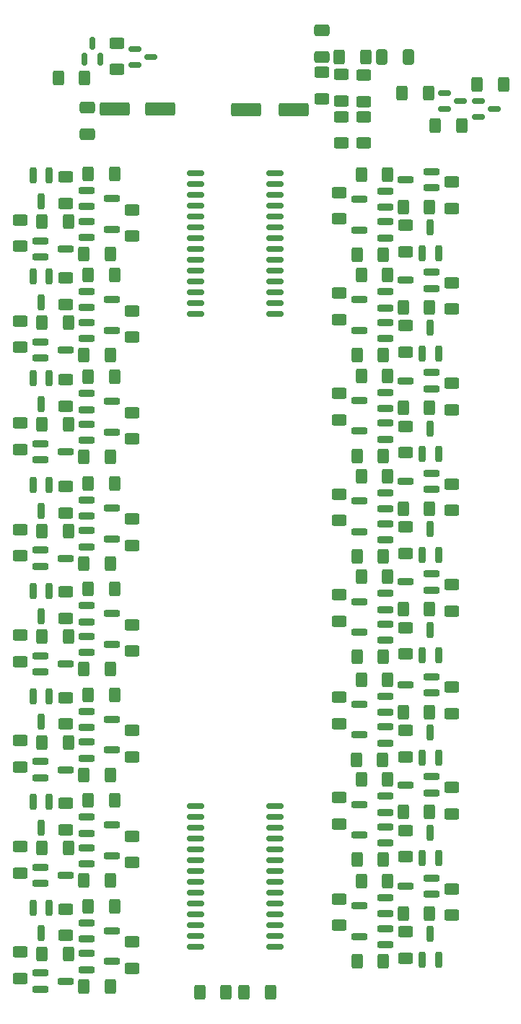
<source format=gbr>
%TF.GenerationSoftware,KiCad,Pcbnew,8.0.6*%
%TF.CreationDate,2024-12-14T19:09:49+00:00*%
%TF.ProjectId,micro,6d696372-6f2e-46b6-9963-61645f706362,rev?*%
%TF.SameCoordinates,Original*%
%TF.FileFunction,Paste,Top*%
%TF.FilePolarity,Positive*%
%FSLAX46Y46*%
G04 Gerber Fmt 4.6, Leading zero omitted, Abs format (unit mm)*
G04 Created by KiCad (PCBNEW 8.0.6) date 2024-12-14 19:09:49*
%MOMM*%
%LPD*%
G01*
G04 APERTURE LIST*
G04 Aperture macros list*
%AMRoundRect*
0 Rectangle with rounded corners*
0 $1 Rounding radius*
0 $2 $3 $4 $5 $6 $7 $8 $9 X,Y pos of 4 corners*
0 Add a 4 corners polygon primitive as box body*
4,1,4,$2,$3,$4,$5,$6,$7,$8,$9,$2,$3,0*
0 Add four circle primitives for the rounded corners*
1,1,$1+$1,$2,$3*
1,1,$1+$1,$4,$5*
1,1,$1+$1,$6,$7*
1,1,$1+$1,$8,$9*
0 Add four rect primitives between the rounded corners*
20,1,$1+$1,$2,$3,$4,$5,0*
20,1,$1+$1,$4,$5,$6,$7,0*
20,1,$1+$1,$6,$7,$8,$9,0*
20,1,$1+$1,$8,$9,$2,$3,0*%
G04 Aperture macros list end*
%ADD10RoundRect,0.250000X0.400000X0.625000X-0.400000X0.625000X-0.400000X-0.625000X0.400000X-0.625000X0*%
%ADD11RoundRect,0.250000X-0.400000X-0.625000X0.400000X-0.625000X0.400000X0.625000X-0.400000X0.625000X0*%
%ADD12RoundRect,0.150000X-0.587500X-0.150000X0.587500X-0.150000X0.587500X0.150000X-0.587500X0.150000X0*%
%ADD13RoundRect,0.250000X-0.625000X0.400000X-0.625000X-0.400000X0.625000X-0.400000X0.625000X0.400000X0*%
%ADD14RoundRect,0.200000X-0.200000X0.750000X-0.200000X-0.750000X0.200000X-0.750000X0.200000X0.750000X0*%
%ADD15RoundRect,0.250000X0.625000X-0.400000X0.625000X0.400000X-0.625000X0.400000X-0.625000X-0.400000X0*%
%ADD16RoundRect,0.200000X0.200000X-0.750000X0.200000X0.750000X-0.200000X0.750000X-0.200000X-0.750000X0*%
%ADD17RoundRect,0.200000X-0.750000X-0.200000X0.750000X-0.200000X0.750000X0.200000X-0.750000X0.200000X0*%
%ADD18RoundRect,0.200000X0.750000X0.200000X-0.750000X0.200000X-0.750000X-0.200000X0.750000X-0.200000X0*%
%ADD19RoundRect,0.150000X-0.875000X-0.150000X0.875000X-0.150000X0.875000X0.150000X-0.875000X0.150000X0*%
%ADD20RoundRect,0.250000X-0.412500X-0.650000X0.412500X-0.650000X0.412500X0.650000X-0.412500X0.650000X0*%
%ADD21RoundRect,0.250000X0.650000X-0.412500X0.650000X0.412500X-0.650000X0.412500X-0.650000X-0.412500X0*%
%ADD22RoundRect,0.250000X-1.500000X-0.550000X1.500000X-0.550000X1.500000X0.550000X-1.500000X0.550000X0*%
%ADD23RoundRect,0.250000X1.500000X0.550000X-1.500000X0.550000X-1.500000X-0.550000X1.500000X-0.550000X0*%
%ADD24RoundRect,0.150000X0.150000X-0.587500X0.150000X0.587500X-0.150000X0.587500X-0.150000X-0.587500X0*%
G04 APERTURE END LIST*
D10*
%TO.C,R108*%
X180537613Y-44600000D03*
X177437613Y-44600000D03*
%TD*%
D11*
%TO.C,R107*%
X172537613Y-49400000D03*
X175637613Y-49400000D03*
%TD*%
D10*
%TO.C,R109*%
X171737613Y-45600000D03*
X168637613Y-45600000D03*
%TD*%
D12*
%TO.C,Q68*%
X175512613Y-46550000D03*
X173637613Y-47500000D03*
X173637613Y-45600000D03*
%TD*%
%TO.C,Q67*%
X179437613Y-47500000D03*
X177562613Y-48450000D03*
X177562613Y-46550000D03*
%TD*%
D13*
%TO.C,R104*%
X174459994Y-138970000D03*
X174459994Y-142070000D03*
%TD*%
D10*
%TO.C,R95*%
X134900000Y-141000000D03*
X131800000Y-141000000D03*
%TD*%
D11*
%TO.C,R22*%
X163859993Y-55170000D03*
X166959993Y-55170000D03*
%TD*%
D13*
%TO.C,R56*%
X174459994Y-91470000D03*
X174459994Y-94570000D03*
%TD*%
%TO.C,R48*%
X129200000Y-91750000D03*
X129200000Y-94850000D03*
%TD*%
D14*
%TO.C,Q59*%
X127250000Y-141200000D03*
X125350000Y-141200000D03*
X126300000Y-144200000D03*
%TD*%
D15*
%TO.C,R66*%
X169059994Y-111420000D03*
X169059994Y-108320000D03*
%TD*%
D16*
%TO.C,Q39*%
X171009994Y-111570000D03*
X172909994Y-111570000D03*
X171959994Y-108570000D03*
%TD*%
D13*
%TO.C,R61*%
X137000000Y-108000000D03*
X137000000Y-111100000D03*
%TD*%
D14*
%TO.C,Q51*%
X127250000Y-128800000D03*
X125350000Y-128800000D03*
X126300000Y-131800000D03*
%TD*%
D13*
%TO.C,R49*%
X137000000Y-95600000D03*
X137000000Y-98700000D03*
%TD*%
D11*
%TO.C,R2*%
X144900000Y-151100000D03*
X148000000Y-151100000D03*
%TD*%
D13*
%TO.C,R73*%
X137000000Y-120400000D03*
X137000000Y-123500000D03*
%TD*%
D15*
%TO.C,R42*%
X169059994Y-87820000D03*
X169059994Y-84720000D03*
%TD*%
D13*
%TO.C,R44*%
X174459994Y-79670000D03*
X174459994Y-82770000D03*
%TD*%
%TO.C,R32*%
X174459994Y-67870000D03*
X174459994Y-70970000D03*
%TD*%
D11*
%TO.C,R89*%
X163359994Y-135570000D03*
X166459994Y-135570000D03*
%TD*%
D17*
%TO.C,Q2*%
X131600000Y-57050000D03*
X131600000Y-58950000D03*
X134600000Y-58000000D03*
%TD*%
D14*
%TO.C,Q43*%
X127250000Y-116400000D03*
X125350000Y-116400000D03*
X126300000Y-119400000D03*
%TD*%
D18*
%TO.C,Q24*%
X166659993Y-86220000D03*
X166659993Y-84320000D03*
X163659993Y-85270000D03*
%TD*%
%TO.C,Q42*%
X172059993Y-103920000D03*
X172059993Y-102020000D03*
X169059993Y-102970000D03*
%TD*%
D15*
%TO.C,R103*%
X161259994Y-143270000D03*
X161259994Y-140170000D03*
%TD*%
D13*
%TO.C,R92*%
X174459994Y-127070000D03*
X174459994Y-130170000D03*
%TD*%
D15*
%TO.C,R50*%
X123800000Y-99900000D03*
X123800000Y-96800000D03*
%TD*%
D17*
%TO.C,Q37*%
X131600000Y-109350000D03*
X131600000Y-111250000D03*
X134600000Y-110300000D03*
%TD*%
D10*
%TO.C,R21*%
X171859993Y-58970000D03*
X168759993Y-58970000D03*
%TD*%
D17*
%TO.C,Q14*%
X126200000Y-74800000D03*
X126200000Y-76700000D03*
X129200000Y-75750000D03*
%TD*%
D15*
%TO.C,R26*%
X123800000Y-75450000D03*
X123800000Y-72350000D03*
%TD*%
D14*
%TO.C,Q27*%
X127250000Y-91600000D03*
X125350000Y-91600000D03*
X126300000Y-94600000D03*
%TD*%
D11*
%TO.C,R34*%
X163859993Y-66970000D03*
X166959993Y-66970000D03*
%TD*%
D18*
%TO.C,Q64*%
X166659993Y-145520000D03*
X166659993Y-143620000D03*
X163659993Y-144570000D03*
%TD*%
D19*
%TO.C,U2*%
X144410000Y-129235000D03*
X144410000Y-130505000D03*
X144410000Y-131775000D03*
X144410000Y-133045000D03*
X144410000Y-134315000D03*
X144410000Y-135585000D03*
X144410000Y-136855000D03*
X144410000Y-138125000D03*
X144410000Y-139395000D03*
X144410000Y-140665000D03*
X144410000Y-141935000D03*
X144410000Y-143205000D03*
X144410000Y-144475000D03*
X144410000Y-145745000D03*
X153710000Y-145745000D03*
X153710000Y-144475000D03*
X153710000Y-143205000D03*
X153710000Y-141935000D03*
X153710000Y-140665000D03*
X153710000Y-139395000D03*
X153710000Y-138125000D03*
X153710000Y-136855000D03*
X153710000Y-135585000D03*
X153710000Y-134315000D03*
X153710000Y-133045000D03*
X153710000Y-131775000D03*
X153710000Y-130505000D03*
X153710000Y-129235000D03*
%TD*%
D15*
%TO.C,R18*%
X169059994Y-64220000D03*
X169059994Y-61120000D03*
%TD*%
D17*
%TO.C,Q53*%
X131600000Y-134150000D03*
X131600000Y-136050000D03*
X134600000Y-135100000D03*
%TD*%
D13*
%TO.C,R15*%
X164150000Y-43500000D03*
X164150000Y-46600000D03*
%TD*%
D10*
%TO.C,R33*%
X171859993Y-70770000D03*
X168759993Y-70770000D03*
%TD*%
%TO.C,R93*%
X171859993Y-129970000D03*
X168759993Y-129970000D03*
%TD*%
D11*
%TO.C,R63*%
X126400000Y-109400000D03*
X129500000Y-109400000D03*
%TD*%
%TO.C,R106*%
X163859993Y-138070000D03*
X166959993Y-138070000D03*
%TD*%
D16*
%TO.C,Q7*%
X171009994Y-64370000D03*
X172909994Y-64370000D03*
X171959994Y-61370000D03*
%TD*%
D15*
%TO.C,R10*%
X135200000Y-42850000D03*
X135200000Y-39750000D03*
%TD*%
D12*
%TO.C,Q6*%
X137325000Y-40450000D03*
X137325000Y-42350000D03*
X139200000Y-41400000D03*
%TD*%
D10*
%TO.C,R76*%
X134400000Y-125600000D03*
X131300000Y-125600000D03*
%TD*%
%TO.C,R35*%
X134900000Y-78900000D03*
X131800000Y-78900000D03*
%TD*%
%TO.C,R100*%
X134400000Y-150400000D03*
X131300000Y-150400000D03*
%TD*%
D17*
%TO.C,Q60*%
X131600000Y-142950000D03*
X131600000Y-144850000D03*
X134600000Y-143900000D03*
%TD*%
D11*
%TO.C,R58*%
X163859993Y-90570000D03*
X166959993Y-90570000D03*
%TD*%
D18*
%TO.C,Q66*%
X172059993Y-139620000D03*
X172059993Y-137720000D03*
X169059993Y-138670000D03*
%TD*%
D15*
%TO.C,R30*%
X169059994Y-76020000D03*
X169059994Y-72920000D03*
%TD*%
D11*
%TO.C,R87*%
X126400000Y-134200000D03*
X129500000Y-134200000D03*
%TD*%
D10*
%TO.C,R83*%
X134900000Y-128600000D03*
X131800000Y-128600000D03*
%TD*%
D18*
%TO.C,Q65*%
X166659993Y-141920000D03*
X166659993Y-140020000D03*
X163659993Y-140970000D03*
%TD*%
D15*
%TO.C,R102*%
X169059994Y-147120000D03*
X169059994Y-144020000D03*
%TD*%
%TO.C,R74*%
X123800000Y-124700000D03*
X123800000Y-121600000D03*
%TD*%
D17*
%TO.C,Q22*%
X126200000Y-86750000D03*
X126200000Y-88650000D03*
X129200000Y-87700000D03*
%TD*%
D20*
%TO.C,C5*%
X166250000Y-41400000D03*
X169375000Y-41400000D03*
%TD*%
D11*
%TO.C,R41*%
X163359994Y-88170000D03*
X166459994Y-88170000D03*
%TD*%
D17*
%TO.C,Q21*%
X131600000Y-84450000D03*
X131600000Y-86350000D03*
X134600000Y-85400000D03*
%TD*%
D16*
%TO.C,Q63*%
X171009994Y-147270000D03*
X172909994Y-147270000D03*
X171959994Y-144270000D03*
%TD*%
D17*
%TO.C,Q54*%
X126200000Y-136450000D03*
X126200000Y-138350000D03*
X129200000Y-137400000D03*
%TD*%
D18*
%TO.C,Q25*%
X166659993Y-82620000D03*
X166659993Y-80720000D03*
X163659993Y-81670000D03*
%TD*%
D10*
%TO.C,R69*%
X171859993Y-106170000D03*
X168759993Y-106170000D03*
%TD*%
D16*
%TO.C,Q47*%
X171009994Y-123620000D03*
X172909994Y-123620000D03*
X171959994Y-120620000D03*
%TD*%
D18*
%TO.C,Q10*%
X172059993Y-56720000D03*
X172059993Y-54820000D03*
X169059993Y-55770000D03*
%TD*%
%TO.C,Q40*%
X166659993Y-109820000D03*
X166659993Y-107920000D03*
X163659993Y-108870000D03*
%TD*%
D17*
%TO.C,Q13*%
X131600000Y-72500000D03*
X131600000Y-74400000D03*
X134600000Y-73450000D03*
%TD*%
D15*
%TO.C,R31*%
X161259994Y-72170000D03*
X161259994Y-69070000D03*
%TD*%
D21*
%TO.C,C4*%
X159200000Y-41350000D03*
X159200000Y-38225000D03*
%TD*%
D13*
%TO.C,R68*%
X174459994Y-103270000D03*
X174459994Y-106370000D03*
%TD*%
%TO.C,R36*%
X129200000Y-79250000D03*
X129200000Y-82350000D03*
%TD*%
%TO.C,R12*%
X161550000Y-43450000D03*
X161550000Y-46550000D03*
%TD*%
D18*
%TO.C,Q32*%
X166659993Y-98020000D03*
X166659993Y-96120000D03*
X163659993Y-97070000D03*
%TD*%
D11*
%TO.C,R29*%
X163359994Y-76370000D03*
X166459994Y-76370000D03*
%TD*%
D13*
%TO.C,R25*%
X137000000Y-71150000D03*
X137000000Y-74250000D03*
%TD*%
%TO.C,R97*%
X137000000Y-145200000D03*
X137000000Y-148300000D03*
%TD*%
D11*
%TO.C,R94*%
X163859993Y-126170000D03*
X166959993Y-126170000D03*
%TD*%
D10*
%TO.C,R40*%
X134400000Y-88300000D03*
X131300000Y-88300000D03*
%TD*%
D15*
%TO.C,R98*%
X123800000Y-149500000D03*
X123800000Y-146400000D03*
%TD*%
D10*
%TO.C,R88*%
X134400000Y-138000000D03*
X131300000Y-138000000D03*
%TD*%
%TO.C,R1*%
X153200000Y-151100000D03*
X150100000Y-151100000D03*
%TD*%
D17*
%TO.C,Q4*%
X126200000Y-62950000D03*
X126200000Y-64850000D03*
X129200000Y-63900000D03*
%TD*%
%TO.C,Q28*%
X131600000Y-93350000D03*
X131600000Y-95250000D03*
X134600000Y-94300000D03*
%TD*%
D10*
%TO.C,R23*%
X134900000Y-66950000D03*
X131800000Y-66950000D03*
%TD*%
D11*
%TO.C,R82*%
X163859993Y-114420000D03*
X166959993Y-114420000D03*
%TD*%
D13*
%TO.C,R11*%
X159200000Y-43200000D03*
X159200000Y-46300000D03*
%TD*%
%TO.C,R96*%
X129200000Y-141350000D03*
X129200000Y-144450000D03*
%TD*%
D17*
%TO.C,Q44*%
X131600000Y-118150000D03*
X131600000Y-120050000D03*
X134600000Y-119100000D03*
%TD*%
D15*
%TO.C,R55*%
X161259994Y-95770000D03*
X161259994Y-92670000D03*
%TD*%
D13*
%TO.C,R37*%
X137000000Y-83100000D03*
X137000000Y-86200000D03*
%TD*%
D18*
%TO.C,Q58*%
X172059993Y-127720000D03*
X172059993Y-125820000D03*
X169059993Y-126770000D03*
%TD*%
D11*
%TO.C,R65*%
X163359994Y-111770000D03*
X166459994Y-111770000D03*
%TD*%
D18*
%TO.C,Q26*%
X172059993Y-80320000D03*
X172059993Y-78420000D03*
X169059993Y-79370000D03*
%TD*%
D10*
%TO.C,R47*%
X134900000Y-91400000D03*
X131800000Y-91400000D03*
%TD*%
D13*
%TO.C,R16*%
X164150000Y-48400000D03*
X164150000Y-51500000D03*
%TD*%
%TO.C,R4*%
X129200000Y-55450000D03*
X129200000Y-58550000D03*
%TD*%
D15*
%TO.C,R19*%
X161259994Y-60370000D03*
X161259994Y-57270000D03*
%TD*%
D17*
%TO.C,Q30*%
X126200000Y-99250000D03*
X126200000Y-101150000D03*
X129200000Y-100200000D03*
%TD*%
D11*
%TO.C,R51*%
X126400000Y-97000000D03*
X129500000Y-97000000D03*
%TD*%
D17*
%TO.C,Q20*%
X131600000Y-80850000D03*
X131600000Y-82750000D03*
X134600000Y-81800000D03*
%TD*%
D13*
%TO.C,R24*%
X129200000Y-67300000D03*
X129200000Y-70400000D03*
%TD*%
D18*
%TO.C,Q16*%
X166659993Y-74420000D03*
X166659993Y-72520000D03*
X163659993Y-73470000D03*
%TD*%
D10*
%TO.C,R71*%
X134900000Y-116200000D03*
X131800000Y-116200000D03*
%TD*%
D11*
%TO.C,R70*%
X163859993Y-102370000D03*
X166959993Y-102370000D03*
%TD*%
%TO.C,R101*%
X163359994Y-147470000D03*
X166459994Y-147470000D03*
%TD*%
D18*
%TO.C,Q56*%
X166659993Y-133620000D03*
X166659993Y-131720000D03*
X163659993Y-132670000D03*
%TD*%
D17*
%TO.C,Q46*%
X126200000Y-124050000D03*
X126200000Y-125950000D03*
X129200000Y-125000000D03*
%TD*%
D18*
%TO.C,Q33*%
X166659993Y-94420000D03*
X166659993Y-92520000D03*
X163659993Y-93470000D03*
%TD*%
D13*
%TO.C,R85*%
X137000000Y-132800000D03*
X137000000Y-135900000D03*
%TD*%
D18*
%TO.C,Q9*%
X166659993Y-59020000D03*
X166659993Y-57120000D03*
X163659993Y-58070000D03*
%TD*%
D13*
%TO.C,R20*%
X174459994Y-56070000D03*
X174459994Y-59170000D03*
%TD*%
D11*
%TO.C,R46*%
X163859993Y-78770000D03*
X166959993Y-78770000D03*
%TD*%
%TO.C,R39*%
X126400000Y-84500000D03*
X129500000Y-84500000D03*
%TD*%
D17*
%TO.C,Q3*%
X131600000Y-60650000D03*
X131600000Y-62550000D03*
X134600000Y-61600000D03*
%TD*%
D15*
%TO.C,R79*%
X161259994Y-119620000D03*
X161259994Y-116520000D03*
%TD*%
D16*
%TO.C,Q23*%
X171009994Y-87970000D03*
X172909994Y-87970000D03*
X171959994Y-84970000D03*
%TD*%
D10*
%TO.C,R59*%
X134900000Y-103800000D03*
X131800000Y-103800000D03*
%TD*%
D15*
%TO.C,R90*%
X169059994Y-135220000D03*
X169059994Y-132120000D03*
%TD*%
D17*
%TO.C,Q36*%
X131600000Y-105750000D03*
X131600000Y-107650000D03*
X134600000Y-106700000D03*
%TD*%
D13*
%TO.C,R60*%
X129200000Y-104150000D03*
X129200000Y-107250000D03*
%TD*%
D18*
%TO.C,Q34*%
X172059993Y-92120000D03*
X172059993Y-90220000D03*
X169059993Y-91170000D03*
%TD*%
D15*
%TO.C,R86*%
X123800000Y-137100000D03*
X123800000Y-134000000D03*
%TD*%
D11*
%TO.C,R7*%
X126400000Y-60700000D03*
X129500000Y-60700000D03*
%TD*%
D13*
%TO.C,R13*%
X161550000Y-48400000D03*
X161550000Y-51500000D03*
%TD*%
D11*
%TO.C,R77*%
X163259994Y-123820000D03*
X166359994Y-123820000D03*
%TD*%
%TO.C,R75*%
X126400000Y-121800000D03*
X129500000Y-121800000D03*
%TD*%
D14*
%TO.C,Q19*%
X127250000Y-79100000D03*
X125350000Y-79100000D03*
X126300000Y-82100000D03*
%TD*%
D18*
%TO.C,Q18*%
X172059993Y-68520000D03*
X172059993Y-66620000D03*
X169059993Y-67570000D03*
%TD*%
D10*
%TO.C,R64*%
X134400000Y-113200000D03*
X131300000Y-113200000D03*
%TD*%
D11*
%TO.C,R27*%
X126400000Y-72550000D03*
X129500000Y-72550000D03*
%TD*%
D15*
%TO.C,R62*%
X123800000Y-112300000D03*
X123800000Y-109200000D03*
%TD*%
D10*
%TO.C,R57*%
X171859993Y-94370000D03*
X168759993Y-94370000D03*
%TD*%
D16*
%TO.C,Q55*%
X171009994Y-135370000D03*
X172909994Y-135370000D03*
X171959994Y-132370000D03*
%TD*%
D18*
%TO.C,Q57*%
X166659993Y-130020000D03*
X166659993Y-128120000D03*
X163659993Y-129070000D03*
%TD*%
D17*
%TO.C,Q45*%
X131600000Y-121750000D03*
X131600000Y-123650000D03*
X134600000Y-122700000D03*
%TD*%
D11*
%TO.C,R99*%
X126400000Y-146600000D03*
X129500000Y-146600000D03*
%TD*%
%TO.C,R9*%
X128300000Y-43800000D03*
X131400000Y-43800000D03*
%TD*%
D10*
%TO.C,R81*%
X171859993Y-118220000D03*
X168759993Y-118220000D03*
%TD*%
D14*
%TO.C,Q11*%
X127250000Y-67150000D03*
X125350000Y-67150000D03*
X126300000Y-70150000D03*
%TD*%
D18*
%TO.C,Q41*%
X166659993Y-106220000D03*
X166659993Y-104320000D03*
X163659993Y-105270000D03*
%TD*%
D17*
%TO.C,Q38*%
X126200000Y-111650000D03*
X126200000Y-113550000D03*
X129200000Y-112600000D03*
%TD*%
D18*
%TO.C,Q49*%
X166659993Y-118270000D03*
X166659993Y-116370000D03*
X163659993Y-117320000D03*
%TD*%
D13*
%TO.C,R5*%
X137000000Y-59300000D03*
X137000000Y-62400000D03*
%TD*%
D15*
%TO.C,R43*%
X161259994Y-83970000D03*
X161259994Y-80870000D03*
%TD*%
D10*
%TO.C,R105*%
X171859993Y-141870000D03*
X168759993Y-141870000D03*
%TD*%
D14*
%TO.C,Q35*%
X127250000Y-104000000D03*
X125350000Y-104000000D03*
X126300000Y-107000000D03*
%TD*%
D22*
%TO.C,C2*%
X134900000Y-47500000D03*
X140300000Y-47500000D03*
%TD*%
D10*
%TO.C,R45*%
X171859993Y-82570000D03*
X168759993Y-82570000D03*
%TD*%
%TO.C,R3*%
X134900000Y-55100000D03*
X131800000Y-55100000D03*
%TD*%
%TO.C,R8*%
X134400000Y-64500000D03*
X131300000Y-64500000D03*
%TD*%
D15*
%TO.C,R78*%
X169059994Y-123470000D03*
X169059994Y-120370000D03*
%TD*%
D11*
%TO.C,R14*%
X161300000Y-41400000D03*
X164400000Y-41400000D03*
%TD*%
D15*
%TO.C,R54*%
X169059994Y-99620000D03*
X169059994Y-96520000D03*
%TD*%
D13*
%TO.C,R84*%
X129200000Y-128950000D03*
X129200000Y-132050000D03*
%TD*%
D18*
%TO.C,Q8*%
X166659993Y-62620000D03*
X166659993Y-60720000D03*
X163659993Y-61670000D03*
%TD*%
D23*
%TO.C,C3*%
X155900000Y-47600000D03*
X150300000Y-47600000D03*
%TD*%
D15*
%TO.C,R38*%
X123800000Y-87400000D03*
X123800000Y-84300000D03*
%TD*%
D17*
%TO.C,Q52*%
X131600000Y-130550000D03*
X131600000Y-132450000D03*
X134600000Y-131500000D03*
%TD*%
D15*
%TO.C,R6*%
X123800000Y-63600000D03*
X123800000Y-60500000D03*
%TD*%
D10*
%TO.C,R28*%
X134400000Y-76350000D03*
X131300000Y-76350000D03*
%TD*%
D24*
%TO.C,Q5*%
X131350000Y-41675000D03*
X133250000Y-41675000D03*
X132300000Y-39800000D03*
%TD*%
D11*
%TO.C,R17*%
X163359994Y-64570000D03*
X166459994Y-64570000D03*
%TD*%
D21*
%TO.C,C1*%
X131700000Y-50425000D03*
X131700000Y-47300000D03*
%TD*%
D17*
%TO.C,Q62*%
X126200000Y-148850000D03*
X126200000Y-150750000D03*
X129200000Y-149800000D03*
%TD*%
D16*
%TO.C,Q31*%
X171009994Y-99770000D03*
X172909994Y-99770000D03*
X171959994Y-96770000D03*
%TD*%
D10*
%TO.C,R52*%
X134400000Y-100800000D03*
X131300000Y-100800000D03*
%TD*%
D14*
%TO.C,Q1*%
X127250000Y-55300000D03*
X125350000Y-55300000D03*
X126300000Y-58300000D03*
%TD*%
D18*
%TO.C,Q17*%
X166659993Y-70820000D03*
X166659993Y-68920000D03*
X163659993Y-69870000D03*
%TD*%
D17*
%TO.C,Q61*%
X131600000Y-146550000D03*
X131600000Y-148450000D03*
X134600000Y-147500000D03*
%TD*%
D13*
%TO.C,R80*%
X174459994Y-115320000D03*
X174459994Y-118420000D03*
%TD*%
D18*
%TO.C,Q48*%
X166659993Y-121870000D03*
X166659993Y-119970000D03*
X163659993Y-120920000D03*
%TD*%
D11*
%TO.C,R53*%
X163359994Y-99970000D03*
X166459994Y-99970000D03*
%TD*%
D15*
%TO.C,R67*%
X161259994Y-107570000D03*
X161259994Y-104470000D03*
%TD*%
D19*
%TO.C,U3*%
X144400000Y-55050000D03*
X144400000Y-56320000D03*
X144400000Y-57590000D03*
X144400000Y-58860000D03*
X144400000Y-60130000D03*
X144400000Y-61400000D03*
X144400000Y-62670000D03*
X144400000Y-63940000D03*
X144400000Y-65210000D03*
X144400000Y-66480000D03*
X144400000Y-67750000D03*
X144400000Y-69020000D03*
X144400000Y-70290000D03*
X144400000Y-71560000D03*
X153700000Y-71560000D03*
X153700000Y-70290000D03*
X153700000Y-69020000D03*
X153700000Y-67750000D03*
X153700000Y-66480000D03*
X153700000Y-65210000D03*
X153700000Y-63940000D03*
X153700000Y-62670000D03*
X153700000Y-61400000D03*
X153700000Y-60130000D03*
X153700000Y-58860000D03*
X153700000Y-57590000D03*
X153700000Y-56320000D03*
X153700000Y-55050000D03*
%TD*%
D17*
%TO.C,Q12*%
X131600000Y-68900000D03*
X131600000Y-70800000D03*
X134600000Y-69850000D03*
%TD*%
D16*
%TO.C,Q15*%
X171009994Y-76170000D03*
X172909994Y-76170000D03*
X171959994Y-73170000D03*
%TD*%
D15*
%TO.C,R91*%
X161259994Y-131370000D03*
X161259994Y-128270000D03*
%TD*%
D17*
%TO.C,Q29*%
X131600000Y-96950000D03*
X131600000Y-98850000D03*
X134600000Y-97900000D03*
%TD*%
D18*
%TO.C,Q50*%
X172059993Y-115970000D03*
X172059993Y-114070000D03*
X169059993Y-115020000D03*
%TD*%
D13*
%TO.C,R72*%
X129200000Y-116550000D03*
X129200000Y-119650000D03*
%TD*%
M02*

</source>
